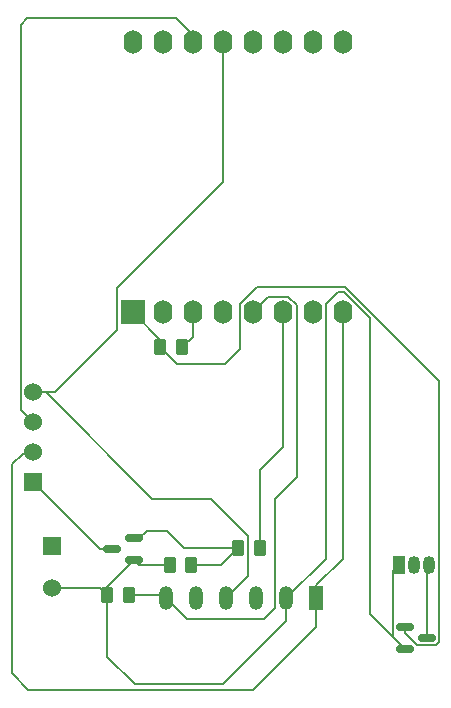
<source format=gbr>
%TF.GenerationSoftware,KiCad,Pcbnew,8.0.7-rc1-202411251621~6e6d3e9b03~ubuntu24.04.1*%
%TF.CreationDate,2024-12-02T09:23:21-06:00*%
%TF.ProjectId,delivery-box-reporter,64656c69-7665-4727-992d-626f782d7265,rev?*%
%TF.SameCoordinates,Original*%
%TF.FileFunction,Copper,L1,Top*%
%TF.FilePolarity,Positive*%
%FSLAX46Y46*%
G04 Gerber Fmt 4.6, Leading zero omitted, Abs format (unit mm)*
G04 Created by KiCad (PCBNEW 8.0.7-rc1-202411251621~6e6d3e9b03~ubuntu24.04.1) date 2024-12-02 09:23:21*
%MOMM*%
%LPD*%
G01*
G04 APERTURE LIST*
G04 Aperture macros list*
%AMRoundRect*
0 Rectangle with rounded corners*
0 $1 Rounding radius*
0 $2 $3 $4 $5 $6 $7 $8 $9 X,Y pos of 4 corners*
0 Add a 4 corners polygon primitive as box body*
4,1,4,$2,$3,$4,$5,$6,$7,$8,$9,$2,$3,0*
0 Add four circle primitives for the rounded corners*
1,1,$1+$1,$2,$3*
1,1,$1+$1,$4,$5*
1,1,$1+$1,$6,$7*
1,1,$1+$1,$8,$9*
0 Add four rect primitives between the rounded corners*
20,1,$1+$1,$2,$3,$4,$5,0*
20,1,$1+$1,$4,$5,$6,$7,0*
20,1,$1+$1,$6,$7,$8,$9,0*
20,1,$1+$1,$8,$9,$2,$3,0*%
G04 Aperture macros list end*
%TA.AperFunction,ComponentPad*%
%ADD10R,1.200000X2.000000*%
%TD*%
%TA.AperFunction,ComponentPad*%
%ADD11O,1.200000X2.000000*%
%TD*%
%TA.AperFunction,ComponentPad*%
%ADD12R,1.524000X1.524000*%
%TD*%
%TA.AperFunction,ComponentPad*%
%ADD13C,1.524000*%
%TD*%
%TA.AperFunction,ComponentPad*%
%ADD14R,1.050000X1.500000*%
%TD*%
%TA.AperFunction,ComponentPad*%
%ADD15O,1.050000X1.500000*%
%TD*%
%TA.AperFunction,SMDPad,CuDef*%
%ADD16RoundRect,0.150000X-0.587500X-0.150000X0.587500X-0.150000X0.587500X0.150000X-0.587500X0.150000X0*%
%TD*%
%TA.AperFunction,SMDPad,CuDef*%
%ADD17RoundRect,0.250000X-0.262500X-0.450000X0.262500X-0.450000X0.262500X0.450000X-0.262500X0.450000X0*%
%TD*%
%TA.AperFunction,SMDPad,CuDef*%
%ADD18RoundRect,0.150000X0.587500X0.150000X-0.587500X0.150000X-0.587500X-0.150000X0.587500X-0.150000X0*%
%TD*%
%TA.AperFunction,ComponentPad*%
%ADD19R,2.000000X2.000000*%
%TD*%
%TA.AperFunction,ComponentPad*%
%ADD20O,1.600000X2.000000*%
%TD*%
%TA.AperFunction,SMDPad,CuDef*%
%ADD21RoundRect,0.250000X0.262500X0.450000X-0.262500X0.450000X-0.262500X-0.450000X0.262500X-0.450000X0*%
%TD*%
%TA.AperFunction,Conductor*%
%ADD22C,0.200000*%
%TD*%
G04 APERTURE END LIST*
D10*
%TO.P,U3,1,Vin*%
%TO.N,+3.3V*%
X149150000Y-119450000D03*
D11*
%TO.P,U3,2,GND*%
%TO.N,Earth*%
X146610000Y-119450000D03*
%TO.P,U3,3,SCL*%
%TO.N,Net-(DISP1-SCL)*%
X144070000Y-119450000D03*
%TO.P,U3,4,SDA*%
%TO.N,Net-(DISP1-SDA)*%
X141530000Y-119450000D03*
%TO.P,U3,5,GPIO1*%
%TO.N,unconnected-(U3-GPIO1-Pad5)*%
X138990000Y-119450000D03*
%TO.P,U3,6,XSHUT*%
%TO.N,Net-(U1-MISO{slash}D6)*%
X136450000Y-119450000D03*
%TD*%
D12*
%TO.P,J1,1,Pin_1*%
%TO.N,Net-(J1-Pin_1)*%
X126800000Y-115050000D03*
D13*
%TO.P,J1,2,Pin_2*%
%TO.N,Earth*%
X126800000Y-118550000D03*
%TD*%
D14*
%TO.P,U5,1,GND*%
%TO.N,Earth*%
X156135000Y-116650000D03*
D15*
%TO.P,U5,2,VI*%
%TO.N,Net-(J1-Pin_1)*%
X157405000Y-116650000D03*
%TO.P,U5,3,VO*%
%TO.N,+3.3V*%
X158675000Y-116650000D03*
%TD*%
D16*
%TO.P,U4,1,RESET*%
%TO.N,Net-(D1-A)*%
X156675000Y-121850000D03*
%TO.P,U4,2,GND*%
%TO.N,Earth*%
X156675000Y-123750000D03*
%TO.P,U4,3,V_{DD}*%
%TO.N,+3.3V*%
X158550000Y-122800000D03*
%TD*%
D17*
%TO.P,R3,1*%
%TO.N,Earth*%
X136750000Y-116600000D03*
%TO.P,R3,2*%
%TO.N,Net-(Q2-B)*%
X138575000Y-116600000D03*
%TD*%
%TO.P,R2,1*%
%TO.N,Net-(Q2-B)*%
X142575000Y-115150000D03*
%TO.P,R2,2*%
%TO.N,Net-(U1-MOSI{slash}D7)*%
X144400000Y-115150000D03*
%TD*%
%TO.P,R1,1*%
%TO.N,Earth*%
X131475000Y-119200000D03*
%TO.P,R1,2*%
%TO.N,Net-(U1-MISO{slash}D6)*%
X133300000Y-119200000D03*
%TD*%
D18*
%TO.P,Q2,1,E*%
%TO.N,Earth*%
X133737500Y-116212500D03*
%TO.P,Q2,2,B*%
%TO.N,Net-(Q2-B)*%
X133737500Y-114312500D03*
%TO.P,Q2,3,C*%
%TO.N,Net-(DISP1-Gnd)*%
X131862500Y-115262500D03*
%TD*%
D12*
%TO.P,DISP1,1,Gnd*%
%TO.N,Net-(DISP1-Gnd)*%
X125200000Y-109600000D03*
D13*
%TO.P,DISP1,2,Vcc*%
%TO.N,+3.3V*%
X125200000Y-107060000D03*
%TO.P,DISP1,3,SCL*%
%TO.N,Net-(DISP1-SCL)*%
X125200000Y-104520000D03*
%TO.P,DISP1,4,SDA*%
%TO.N,Net-(DISP1-SDA)*%
X125200000Y-101980000D03*
%TD*%
D19*
%TO.P,U1,1,~{RST}*%
%TO.N,Net-(D1-A)*%
X133640000Y-95200000D03*
D20*
%TO.P,U1,2,A0*%
%TO.N,unconnected-(U1-A0-Pad2)*%
X136180000Y-95200000D03*
%TO.P,U1,3,D0*%
%TO.N,Net-(D1-K)*%
X138720000Y-95200000D03*
%TO.P,U1,4,SCK/D5*%
%TO.N,unconnected-(U1-SCK{slash}D5-Pad4)*%
X141260000Y-95200000D03*
%TO.P,U1,5,MISO/D6*%
%TO.N,Net-(U1-MISO{slash}D6)*%
X143800000Y-95200000D03*
%TO.P,U1,6,MOSI/D7*%
%TO.N,Net-(U1-MOSI{slash}D7)*%
X146340000Y-95200000D03*
%TO.P,U1,7,CS/D8*%
%TO.N,unconnected-(U1-CS{slash}D8-Pad7)*%
X148880000Y-95200000D03*
%TO.P,U1,8,3V3*%
%TO.N,+3.3V*%
X151420000Y-95200000D03*
%TO.P,U1,9,5V*%
%TO.N,unconnected-(U1-5V-Pad9)*%
X151420000Y-72340000D03*
%TO.P,U1,10,GND*%
%TO.N,unconnected-(U1-GND-Pad10)*%
X148880000Y-72340000D03*
%TO.P,U1,11,D4*%
%TO.N,unconnected-(U1-D4-Pad11)*%
X146340000Y-72340000D03*
%TO.P,U1,12,D3*%
%TO.N,unconnected-(U1-D3-Pad12)*%
X143800000Y-72340000D03*
%TO.P,U1,13,SDA/D2*%
%TO.N,Net-(DISP1-SDA)*%
X141260000Y-72340000D03*
%TO.P,U1,14,SCL/D1*%
%TO.N,Net-(DISP1-SCL)*%
X138720000Y-72340000D03*
%TO.P,U1,15,RX*%
%TO.N,unconnected-(U1-RX-Pad15)*%
X136180000Y-72340000D03*
%TO.P,U1,16,TX*%
%TO.N,unconnected-(U1-TX-Pad16)*%
X133640000Y-72340000D03*
%TD*%
D21*
%TO.P,D1,1,K*%
%TO.N,Net-(D1-K)*%
X137800000Y-98200000D03*
%TO.P,D1,2,A*%
%TO.N,Net-(D1-A)*%
X135975000Y-98200000D03*
%TD*%
D22*
%TO.N,Earth*%
X126800000Y-118550000D02*
X130825000Y-118550000D01*
X130825000Y-118550000D02*
X131475000Y-119200000D01*
%TO.N,+3.3V*%
X151420000Y-116000000D02*
X151420000Y-95200000D01*
%TO.N,Net-(D1-A)*%
X156675000Y-121850000D02*
X156675000Y-122371948D01*
X156675000Y-122371948D02*
X157703052Y-123400000D01*
X157703052Y-123400000D02*
X159328052Y-123400000D01*
X159587500Y-101046179D02*
X151641321Y-93100000D01*
X159328052Y-123400000D02*
X159587500Y-123140552D01*
X142700000Y-94544365D02*
X142700000Y-98350000D01*
X159587500Y-123140552D02*
X159587500Y-101046179D01*
X151641321Y-93100000D02*
X144144365Y-93100000D01*
X144144365Y-93100000D02*
X142700000Y-94544365D01*
X142700000Y-98350000D02*
X141450000Y-99600000D01*
X141450000Y-99600000D02*
X137375000Y-99600000D01*
X137375000Y-99600000D02*
X135975000Y-98200000D01*
%TO.N,Earth*%
X156675000Y-123750000D02*
X153675000Y-120750000D01*
X153675000Y-120750000D02*
X153675000Y-95699365D01*
X149980000Y-94544365D02*
X149980000Y-116080000D01*
X153675000Y-95699365D02*
X151475635Y-93500000D01*
X151475635Y-93500000D02*
X151024365Y-93500000D01*
X151024365Y-93500000D02*
X149980000Y-94544365D01*
X149980000Y-116080000D02*
X146610000Y-119450000D01*
X156675000Y-123750000D02*
X155637500Y-122712500D01*
X155637500Y-122712500D02*
X155637500Y-117147500D01*
X155637500Y-117147500D02*
X156135000Y-116650000D01*
%TO.N,+3.3V*%
X158550000Y-122800000D02*
X158550000Y-116775000D01*
X158550000Y-116775000D02*
X158675000Y-116650000D01*
%TO.N,Earth*%
X136750000Y-116600000D02*
X134125000Y-116600000D01*
X134125000Y-116600000D02*
X133737500Y-116212500D01*
%TO.N,Net-(Q2-B)*%
X138575000Y-116600000D02*
X141125000Y-116600000D01*
X141125000Y-116600000D02*
X142575000Y-115150000D01*
X133737500Y-114312500D02*
X134187500Y-114312500D01*
X134187500Y-114312500D02*
X134800000Y-113700000D01*
X134800000Y-113700000D02*
X136525000Y-113700000D01*
X136525000Y-113700000D02*
X137975000Y-115150000D01*
X137975000Y-115150000D02*
X142575000Y-115150000D01*
%TO.N,Net-(DISP1-SDA)*%
X140250000Y-111000000D02*
X143387500Y-114137500D01*
X143387500Y-114137500D02*
X143387500Y-117592500D01*
X143387500Y-117592500D02*
X141530000Y-119450000D01*
X125200000Y-101980000D02*
X126277630Y-101980000D01*
X126277630Y-101980000D02*
X135297630Y-111000000D01*
X135297630Y-111000000D02*
X140250000Y-111000000D01*
X141050000Y-118970000D02*
X141530000Y-119450000D01*
%TO.N,Net-(U1-MOSI{slash}D7)*%
X144400000Y-115150000D02*
X144400000Y-108600000D01*
X144400000Y-108600000D02*
X146340000Y-106660000D01*
X146340000Y-106660000D02*
X146340000Y-95200000D01*
%TO.N,Net-(Q2-B)*%
X133737500Y-114312500D02*
X133737500Y-114512500D01*
%TO.N,Net-(D1-K)*%
X138720000Y-95200000D02*
X138720000Y-97280000D01*
X138720000Y-97280000D02*
X137800000Y-98200000D01*
%TO.N,Net-(D1-A)*%
X135975000Y-97535000D02*
X133640000Y-95200000D01*
X135975000Y-98200000D02*
X135975000Y-97535000D01*
%TO.N,Earth*%
X141300000Y-126700000D02*
X146610000Y-121390000D01*
X131475000Y-118475000D02*
X133737500Y-116212500D01*
X146610000Y-121390000D02*
X146610000Y-119450000D01*
X131475000Y-119200000D02*
X131475000Y-118475000D01*
X131475000Y-124375000D02*
X133800000Y-126700000D01*
X131475000Y-119200000D02*
X131475000Y-124375000D01*
X133800000Y-126700000D02*
X141300000Y-126700000D01*
%TO.N,Net-(DISP1-Gnd)*%
X131862500Y-115262500D02*
X130862500Y-115262500D01*
X130862500Y-115262500D02*
X125200000Y-109600000D01*
%TO.N,Net-(U1-MISO{slash}D6)*%
X144708478Y-121224314D02*
X145710000Y-120222792D01*
X136450000Y-119450000D02*
X138224314Y-121224314D01*
X138224314Y-121224314D02*
X144708478Y-121224314D01*
X136200000Y-119200000D02*
X136450000Y-119450000D01*
X147510000Y-94614365D02*
X146795635Y-93900000D01*
X133300000Y-119200000D02*
X136200000Y-119200000D01*
X145710000Y-111000000D02*
X147510000Y-109200000D01*
X145100000Y-93900000D02*
X143800000Y-95200000D01*
X145710000Y-120222792D02*
X145710000Y-111000000D01*
X147510000Y-109200000D02*
X147510000Y-94614365D01*
X146795635Y-93900000D02*
X145100000Y-93900000D01*
%TO.N,+3.3V*%
X125060000Y-107200000D02*
X124300000Y-107200000D01*
X125200000Y-107060000D02*
X125060000Y-107200000D01*
X149150000Y-121850000D02*
X149150000Y-119450000D01*
X149150000Y-118350000D02*
X151420000Y-116080000D01*
X124800000Y-127200000D02*
X143800000Y-127200000D01*
X151420000Y-116080000D02*
X151420000Y-116000000D01*
X123400000Y-108100000D02*
X123400000Y-125800000D01*
X123400000Y-125800000D02*
X124800000Y-127200000D01*
X124300000Y-107200000D02*
X123400000Y-108100000D01*
X143800000Y-127200000D02*
X149150000Y-121850000D01*
X149150000Y-119450000D02*
X149150000Y-118350000D01*
%TO.N,Net-(DISP1-SCL)*%
X137300000Y-70300000D02*
X138720000Y-71720000D01*
X124138000Y-70862000D02*
X124700000Y-70300000D01*
X124138000Y-103458000D02*
X124138000Y-70862000D01*
X125200000Y-104520000D02*
X124138000Y-103458000D01*
X124700000Y-70300000D02*
X137300000Y-70300000D01*
X138720000Y-71720000D02*
X138720000Y-72340000D01*
%TO.N,Net-(DISP1-SDA)*%
X125200000Y-101980000D02*
X127020000Y-101980000D01*
X141260000Y-81160000D02*
X141260000Y-72340000D01*
X141300000Y-81200000D02*
X141260000Y-81160000D01*
X132300000Y-96700000D02*
X132300000Y-93200000D01*
X127020000Y-101980000D02*
X132300000Y-96700000D01*
X132300000Y-93200000D02*
X141300000Y-84200000D01*
X141300000Y-84200000D02*
X141300000Y-81200000D01*
%TD*%
M02*

</source>
